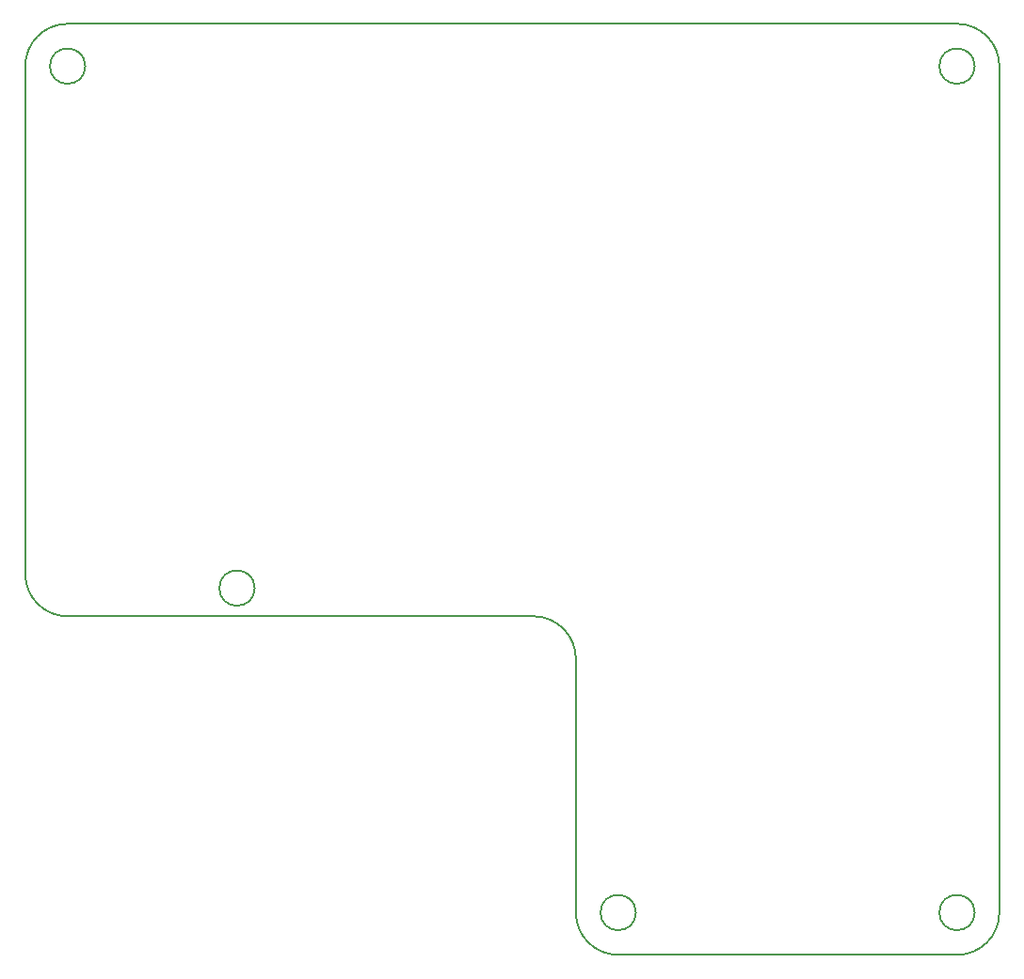
<source format=gbr>
G04 #@! TF.GenerationSoftware,KiCad,Pcbnew,(5.0.1)-4*
G04 #@! TF.CreationDate,2018-12-26T20:48:14-08:00*
G04 #@! TF.ProjectId,Launch_Controller-Pad_Box,4C61756E63685F436F6E74726F6C6C65,rev?*
G04 #@! TF.SameCoordinates,Original*
G04 #@! TF.FileFunction,Profile,NP*
%FSLAX46Y46*%
G04 Gerber Fmt 4.6, Leading zero omitted, Abs format (unit mm)*
G04 Created by KiCad (PCBNEW (5.0.1)-4) date 12/26/2018 8:48:14 PM*
%MOMM*%
%LPD*%
G01*
G04 APERTURE LIST*
%ADD10C,0.150000*%
G04 APERTURE END LIST*
D10*
X39370000Y-96520000D02*
X39370000Y-50800000D01*
X88900000Y-127000000D02*
X88900000Y-104140000D01*
X85090000Y-100330000D02*
X43180000Y-100330000D01*
X85090000Y-100330000D02*
G75*
G02X88900000Y-104140000I0J-3810000D01*
G01*
X123190000Y-130810000D02*
X92710000Y-130810000D01*
X92710000Y-130810000D02*
G75*
G02X88900000Y-127000000I0J3810000D01*
G01*
X127000000Y-127000000D02*
G75*
G02X123190000Y-130810000I-3810000J0D01*
G01*
X43180000Y-100330000D02*
G75*
G02X39370000Y-96520000I0J3810000D01*
G01*
X123190000Y-46990000D02*
X43180000Y-46990000D01*
X39370000Y-50800000D02*
G75*
G02X43180000Y-46990000I3810000J0D01*
G01*
X123190000Y-46990000D02*
G75*
G02X127000000Y-50800000I0J-3810000D01*
G01*
X124777500Y-50800000D02*
G75*
G03X124777500Y-50800000I-1587500J0D01*
G01*
X60007500Y-97790000D02*
G75*
G03X60007500Y-97790000I-1587500J0D01*
G01*
X44767500Y-50800000D02*
G75*
G03X44767500Y-50800000I-1587500J0D01*
G01*
X124777500Y-127000000D02*
G75*
G03X124777500Y-127000000I-1587500J0D01*
G01*
X94297500Y-127000000D02*
G75*
G03X94297500Y-127000000I-1587500J0D01*
G01*
X127000000Y-50800000D02*
X127000000Y-127000000D01*
M02*

</source>
